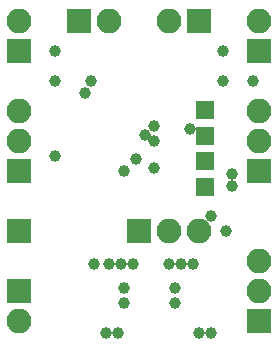
<source format=gbr>
G04 #@! TF.FileFunction,Soldermask,Top*
%FSLAX46Y46*%
G04 Gerber Fmt 4.6, Leading zero omitted, Abs format (unit mm)*
G04 Created by KiCad (PCBNEW (2015-09-22 BZR 6208)-product) date 14.8.2018 10:54:20*
%MOMM*%
G01*
G04 APERTURE LIST*
%ADD10C,0.100000*%
%ADD11R,1.600000X1.600000*%
%ADD12R,2.100000X2.100000*%
%ADD13O,2.100000X2.100000*%
%ADD14C,1.000000*%
G04 APERTURE END LIST*
D10*
D11*
X155448000Y-103716000D03*
X155448000Y-101516000D03*
X155448000Y-108034000D03*
X155448000Y-105834000D03*
D12*
X139700000Y-116840000D03*
D13*
X139700000Y-119380000D03*
D12*
X139700000Y-111760000D03*
X160020000Y-119380000D03*
D13*
X160020000Y-116840000D03*
X160020000Y-114300000D03*
D12*
X139700000Y-106680000D03*
D13*
X139700000Y-104140000D03*
X139700000Y-101600000D03*
D12*
X139700000Y-96520000D03*
D13*
X139700000Y-93980000D03*
D12*
X144780000Y-93980000D03*
D13*
X147320000Y-93980000D03*
D12*
X154940000Y-93980000D03*
D13*
X152400000Y-93980000D03*
D12*
X160020000Y-96520000D03*
D13*
X160020000Y-93980000D03*
D12*
X160020000Y-106680000D03*
D13*
X160020000Y-104140000D03*
X160020000Y-101600000D03*
D12*
X149860000Y-111760000D03*
D13*
X152400000Y-111760000D03*
X154940000Y-111760000D03*
D14*
X148082000Y-120396000D03*
X147066000Y-120396000D03*
X155956000Y-120396000D03*
X154940000Y-120396000D03*
X142748000Y-105410000D03*
X159512000Y-99060000D03*
X156972000Y-99060000D03*
X156972000Y-96520000D03*
X142748000Y-96520000D03*
X142748000Y-99060000D03*
X145288000Y-100076000D03*
X145796000Y-99060000D03*
X152908000Y-117856000D03*
X152908000Y-116586000D03*
X148590000Y-117856000D03*
X148590000Y-116586000D03*
X154432000Y-114554000D03*
X153416000Y-114554000D03*
X152400000Y-114554000D03*
X149352000Y-114554000D03*
X148336000Y-114554000D03*
X147320000Y-114554000D03*
X146050000Y-114554000D03*
X157226000Y-111760000D03*
X148590000Y-106680000D03*
X149606000Y-105664000D03*
X151130000Y-106426000D03*
X154178000Y-103124000D03*
X151130000Y-102870000D03*
X151130000Y-104140000D03*
X155956000Y-110490000D03*
X150368000Y-103632000D03*
X157734000Y-106934000D03*
X157734000Y-107950000D03*
M02*

</source>
